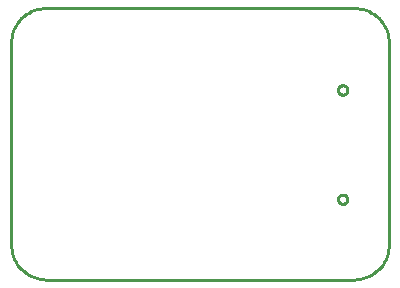
<source format=gbr>
G04 EAGLE Gerber RS-274X export*
G75*
%MOMM*%
%FSLAX34Y34*%
%LPD*%
%IN*%
%IPPOS*%
%AMOC8*
5,1,8,0,0,1.08239X$1,22.5*%
G01*
%ADD10C,0.254000*%


D10*
X0Y30000D02*
X114Y27387D01*
X456Y24792D01*
X1022Y22237D01*
X1809Y19741D01*
X2810Y17323D01*
X4019Y15001D01*
X5425Y12794D01*
X7018Y10718D01*
X8786Y8788D01*
X10716Y7020D01*
X12792Y5426D01*
X15000Y4020D01*
X17321Y2811D01*
X19739Y1810D01*
X22235Y1023D01*
X24790Y456D01*
X27385Y114D01*
X30000Y0D01*
X290000Y0D01*
X292613Y114D01*
X295208Y456D01*
X297763Y1022D01*
X300259Y1809D01*
X302677Y2810D01*
X304999Y4019D01*
X307206Y5425D01*
X309283Y7018D01*
X311212Y8786D01*
X312980Y10716D01*
X314574Y12792D01*
X315980Y15000D01*
X317189Y17321D01*
X318190Y19739D01*
X318977Y22235D01*
X319544Y24790D01*
X319886Y27385D01*
X320000Y30000D01*
X320000Y200006D01*
X319886Y202620D01*
X319544Y205215D01*
X318977Y207770D01*
X318190Y210265D01*
X317188Y212683D01*
X315980Y215004D01*
X314573Y217211D01*
X312980Y219287D01*
X311212Y221216D01*
X309282Y222984D01*
X307206Y224577D01*
X304999Y225983D01*
X302678Y227191D01*
X300260Y228192D01*
X297764Y228979D01*
X295209Y229545D01*
X292614Y229886D01*
X290000Y230000D01*
X30000Y230000D01*
X29996Y230000D01*
X27381Y229886D01*
X24787Y229544D01*
X22232Y228977D01*
X19736Y228190D01*
X17318Y227189D01*
X14997Y225980D01*
X12790Y224574D01*
X10714Y222981D01*
X8785Y221212D01*
X7017Y219283D01*
X5424Y217207D01*
X4018Y214999D01*
X2810Y212678D01*
X1808Y210260D01*
X1022Y207764D01*
X455Y205209D01*
X114Y202615D01*
X0Y200000D01*
X0Y30000D01*
X284800Y160288D02*
X284732Y159768D01*
X284596Y159261D01*
X284395Y158777D01*
X284133Y158323D01*
X283814Y157907D01*
X283443Y157536D01*
X283027Y157217D01*
X282573Y156955D01*
X282089Y156754D01*
X281582Y156618D01*
X281062Y156550D01*
X280538Y156550D01*
X280018Y156618D01*
X279511Y156754D01*
X279027Y156955D01*
X278573Y157217D01*
X278157Y157536D01*
X277786Y157907D01*
X277467Y158323D01*
X277205Y158777D01*
X277004Y159261D01*
X276868Y159768D01*
X276800Y160288D01*
X276800Y160812D01*
X276868Y161332D01*
X277004Y161839D01*
X277205Y162323D01*
X277467Y162777D01*
X277786Y163193D01*
X278157Y163564D01*
X278573Y163883D01*
X279027Y164145D01*
X279511Y164346D01*
X280018Y164482D01*
X280538Y164550D01*
X281062Y164550D01*
X281582Y164482D01*
X282089Y164346D01*
X282573Y164145D01*
X283027Y163883D01*
X283443Y163564D01*
X283814Y163193D01*
X284133Y162777D01*
X284395Y162323D01*
X284596Y161839D01*
X284732Y161332D01*
X284800Y160812D01*
X284800Y160288D01*
X284800Y67788D02*
X284732Y67268D01*
X284596Y66761D01*
X284395Y66277D01*
X284133Y65823D01*
X283814Y65407D01*
X283443Y65036D01*
X283027Y64717D01*
X282573Y64455D01*
X282089Y64254D01*
X281582Y64118D01*
X281062Y64050D01*
X280538Y64050D01*
X280018Y64118D01*
X279511Y64254D01*
X279027Y64455D01*
X278573Y64717D01*
X278157Y65036D01*
X277786Y65407D01*
X277467Y65823D01*
X277205Y66277D01*
X277004Y66761D01*
X276868Y67268D01*
X276800Y67788D01*
X276800Y68312D01*
X276868Y68832D01*
X277004Y69339D01*
X277205Y69823D01*
X277467Y70277D01*
X277786Y70693D01*
X278157Y71064D01*
X278573Y71383D01*
X279027Y71645D01*
X279511Y71846D01*
X280018Y71982D01*
X280538Y72050D01*
X281062Y72050D01*
X281582Y71982D01*
X282089Y71846D01*
X282573Y71645D01*
X283027Y71383D01*
X283443Y71064D01*
X283814Y70693D01*
X284133Y70277D01*
X284395Y69823D01*
X284596Y69339D01*
X284732Y68832D01*
X284800Y68312D01*
X284800Y67788D01*
M02*

</source>
